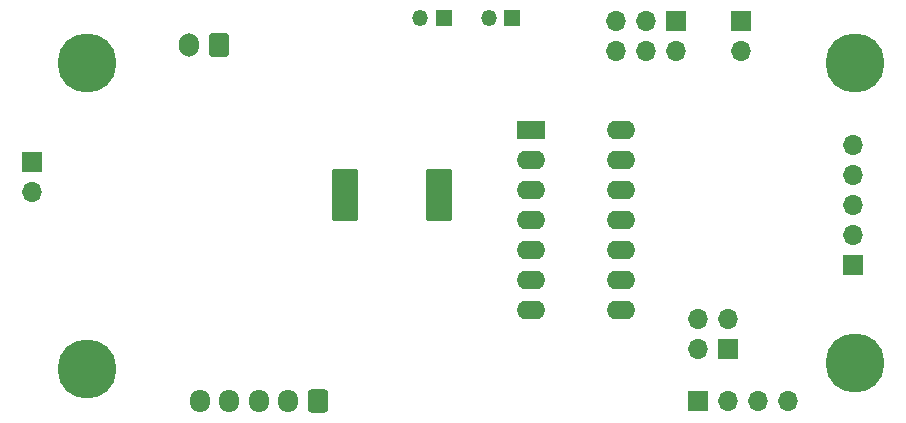
<source format=gbr>
%TF.GenerationSoftware,KiCad,Pcbnew,8.0.1*%
%TF.CreationDate,2024-10-14T21:16:12+02:00*%
%TF.ProjectId,SMD-Loetstation,534d442d-4c6f-4657-9473-746174696f6e,rev?*%
%TF.SameCoordinates,Original*%
%TF.FileFunction,Soldermask,Bot*%
%TF.FilePolarity,Negative*%
%FSLAX46Y46*%
G04 Gerber Fmt 4.6, Leading zero omitted, Abs format (unit mm)*
G04 Created by KiCad (PCBNEW 8.0.1) date 2024-10-14 21:16:12*
%MOMM*%
%LPD*%
G01*
G04 APERTURE LIST*
G04 Aperture macros list*
%AMRoundRect*
0 Rectangle with rounded corners*
0 $1 Rounding radius*
0 $2 $3 $4 $5 $6 $7 $8 $9 X,Y pos of 4 corners*
0 Add a 4 corners polygon primitive as box body*
4,1,4,$2,$3,$4,$5,$6,$7,$8,$9,$2,$3,0*
0 Add four circle primitives for the rounded corners*
1,1,$1+$1,$2,$3*
1,1,$1+$1,$4,$5*
1,1,$1+$1,$6,$7*
1,1,$1+$1,$8,$9*
0 Add four rect primitives between the rounded corners*
20,1,$1+$1,$2,$3,$4,$5,0*
20,1,$1+$1,$4,$5,$6,$7,0*
20,1,$1+$1,$6,$7,$8,$9,0*
20,1,$1+$1,$8,$9,$2,$3,0*%
G04 Aperture macros list end*
%ADD10C,5.000000*%
%ADD11R,1.700000X1.700000*%
%ADD12O,1.700000X1.700000*%
%ADD13R,1.350000X1.350000*%
%ADD14O,1.350000X1.350000*%
%ADD15RoundRect,0.250000X0.600000X0.750000X-0.600000X0.750000X-0.600000X-0.750000X0.600000X-0.750000X0*%
%ADD16O,1.700000X2.000000*%
%ADD17R,2.400000X1.600000*%
%ADD18O,2.400000X1.600000*%
%ADD19RoundRect,0.250000X0.600000X0.725000X-0.600000X0.725000X-0.600000X-0.725000X0.600000X-0.725000X0*%
%ADD20O,1.700000X1.950000*%
%ADD21RoundRect,0.102000X1.000000X-2.100000X1.000000X2.100000X-1.000000X2.100000X-1.000000X-2.100000X0*%
G04 APERTURE END LIST*
D10*
%TO.C,H1*%
X106197400Y-78695800D03*
%TD*%
D11*
%TO.C,J2*%
X157962600Y-107308900D03*
D12*
X160502600Y-107308900D03*
X163042600Y-107308900D03*
X165582600Y-107308900D03*
%TD*%
D11*
%TO.C,J8*%
X161569400Y-75139800D03*
D12*
X161569400Y-77679800D03*
%TD*%
D13*
%TO.C,J4*%
X142233400Y-74860400D03*
D14*
X140233400Y-74860400D03*
%TD*%
D10*
%TO.C,H3*%
X106197400Y-104603800D03*
%TD*%
D11*
%TO.C,J7*%
X156108400Y-75139800D03*
D12*
X156108400Y-77679800D03*
X153568400Y-75139800D03*
X153568400Y-77679800D03*
X151028400Y-75139800D03*
X151028400Y-77679800D03*
%TD*%
D15*
%TO.C,J1*%
X117373400Y-77171800D03*
D16*
X114873400Y-77171800D03*
%TD*%
D17*
%TO.C,U3*%
X143789400Y-84410800D03*
D18*
X143789400Y-86950800D03*
X143789400Y-89490800D03*
X143789400Y-92030800D03*
X143789400Y-94570800D03*
X143789400Y-97110800D03*
X143789400Y-99650800D03*
X151409400Y-99650800D03*
X151409400Y-97110800D03*
X151409400Y-94570800D03*
X151409400Y-92030800D03*
X151409400Y-89490800D03*
X151409400Y-86950800D03*
X151409400Y-84410800D03*
%TD*%
D10*
%TO.C,H2*%
X171221400Y-104095800D03*
%TD*%
D11*
%TO.C,J10*%
X101523800Y-87117000D03*
D12*
X101523800Y-89657000D03*
%TD*%
D13*
%TO.C,J3*%
X136423400Y-74860400D03*
D14*
X134423400Y-74860400D03*
%TD*%
D11*
%TO.C,J5*%
X171094400Y-95840800D03*
D12*
X171094400Y-93300800D03*
X171094400Y-90760800D03*
X171094400Y-88220800D03*
X171094400Y-85680800D03*
%TD*%
D10*
%TO.C,H4*%
X171221400Y-78695800D03*
%TD*%
D19*
%TO.C,J6*%
X125740800Y-107347000D03*
D20*
X123240800Y-107347000D03*
X120740800Y-107347000D03*
X118240800Y-107347000D03*
X115740800Y-107347000D03*
%TD*%
D11*
%TO.C,J9*%
X160502600Y-102876600D03*
D12*
X157962600Y-102876600D03*
X160502600Y-100336600D03*
X157962600Y-100336600D03*
%TD*%
D21*
%TO.C,LS1*%
X136042400Y-89871800D03*
X128042400Y-89871800D03*
%TD*%
M02*

</source>
